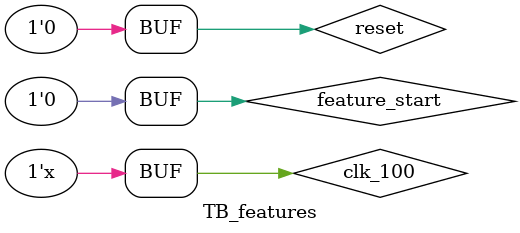
<source format=sv>
`timescale 1ns / 1ps


module TB_features( );
reg clk_100=0;
reg reset=0;
reg feature_start=0;
wire done_features;
wire [31:0]LPB_125,LPB_128,LPB_132,LPB_136,LPB_137,LPB_14,LPB_156,LPB_161,LPB_19,LPB_25,LPB_32,
    LPB_38,LPB_43,LPB_7,a_bin198,a_bin199,b_bin208;
    
 design_features_wrapper uut
   (.clk_100(clk_100),
    .done_features(done_features),
    .feature_start(feature_start),
    .reset(reset),
    .LPB_125(LPB_125),
    .LPB_128(LPB_128),
    .LPB_132(LPB_132),
    .LPB_136(LPB_136),
    .LPB_137(LPB_137),
    .LPB_14(LPB_14),
    .LPB_156(LPB_156),
    .LPB_161(LPB_161),
    .LPB_19(LPB_19),
    .LPB_25(LPB_25),
    .LPB_32(LPB_32),
    .LPB_38(LPB_38),
    .LPB_43(LPB_43),
    .LPB_7(LPB_7),
    .a_bin198(a_bin198),
    .a_bin199(a_bin199),
    .b_bin208(b_bin208)
  );

initial begin
clk_100 = 0;
feature_start = 0;
reset = 1;
#20;
reset = 0;
#20;
feature_start = 1;
#100;
#20;
feature_start = 0;
#1000;
end

always begin
#5 clk_100 = ~clk_100;
end


endmodule

</source>
